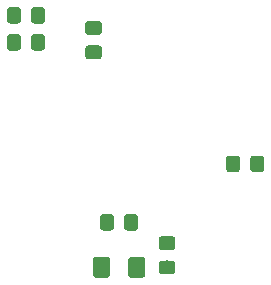
<source format=gtp>
G04 #@! TF.GenerationSoftware,KiCad,Pcbnew,(5.1.2)-1*
G04 #@! TF.CreationDate,2022-03-06T16:43:14-05:00*
G04 #@! TF.ProjectId,telemetry_breakout,74656c65-6d65-4747-9279-5f627265616b,rev?*
G04 #@! TF.SameCoordinates,Original*
G04 #@! TF.FileFunction,Paste,Top*
G04 #@! TF.FilePolarity,Positive*
%FSLAX46Y46*%
G04 Gerber Fmt 4.6, Leading zero omitted, Abs format (unit mm)*
G04 Created by KiCad (PCBNEW (5.1.2)-1) date 2022-03-06 16:43:14*
%MOMM*%
%LPD*%
G04 APERTURE LIST*
%ADD10C,0.100000*%
%ADD11C,1.150000*%
%ADD12C,1.425000*%
G04 APERTURE END LIST*
D10*
G36*
X201272505Y-104457204D02*
G01*
X201296773Y-104460804D01*
X201320572Y-104466765D01*
X201343671Y-104475030D01*
X201365850Y-104485520D01*
X201386893Y-104498132D01*
X201406599Y-104512747D01*
X201424777Y-104529223D01*
X201441253Y-104547401D01*
X201455868Y-104567107D01*
X201468480Y-104588150D01*
X201478970Y-104610329D01*
X201487235Y-104633428D01*
X201493196Y-104657227D01*
X201496796Y-104681495D01*
X201498000Y-104705999D01*
X201498000Y-105606001D01*
X201496796Y-105630505D01*
X201493196Y-105654773D01*
X201487235Y-105678572D01*
X201478970Y-105701671D01*
X201468480Y-105723850D01*
X201455868Y-105744893D01*
X201441253Y-105764599D01*
X201424777Y-105782777D01*
X201406599Y-105799253D01*
X201386893Y-105813868D01*
X201365850Y-105826480D01*
X201343671Y-105836970D01*
X201320572Y-105845235D01*
X201296773Y-105851196D01*
X201272505Y-105854796D01*
X201248001Y-105856000D01*
X200597999Y-105856000D01*
X200573495Y-105854796D01*
X200549227Y-105851196D01*
X200525428Y-105845235D01*
X200502329Y-105836970D01*
X200480150Y-105826480D01*
X200459107Y-105813868D01*
X200439401Y-105799253D01*
X200421223Y-105782777D01*
X200404747Y-105764599D01*
X200390132Y-105744893D01*
X200377520Y-105723850D01*
X200367030Y-105701671D01*
X200358765Y-105678572D01*
X200352804Y-105654773D01*
X200349204Y-105630505D01*
X200348000Y-105606001D01*
X200348000Y-104705999D01*
X200349204Y-104681495D01*
X200352804Y-104657227D01*
X200358765Y-104633428D01*
X200367030Y-104610329D01*
X200377520Y-104588150D01*
X200390132Y-104567107D01*
X200404747Y-104547401D01*
X200421223Y-104529223D01*
X200439401Y-104512747D01*
X200459107Y-104498132D01*
X200480150Y-104485520D01*
X200502329Y-104475030D01*
X200525428Y-104466765D01*
X200549227Y-104460804D01*
X200573495Y-104457204D01*
X200597999Y-104456000D01*
X201248001Y-104456000D01*
X201272505Y-104457204D01*
X201272505Y-104457204D01*
G37*
D11*
X200923000Y-105156000D03*
D10*
G36*
X199222505Y-104457204D02*
G01*
X199246773Y-104460804D01*
X199270572Y-104466765D01*
X199293671Y-104475030D01*
X199315850Y-104485520D01*
X199336893Y-104498132D01*
X199356599Y-104512747D01*
X199374777Y-104529223D01*
X199391253Y-104547401D01*
X199405868Y-104567107D01*
X199418480Y-104588150D01*
X199428970Y-104610329D01*
X199437235Y-104633428D01*
X199443196Y-104657227D01*
X199446796Y-104681495D01*
X199448000Y-104705999D01*
X199448000Y-105606001D01*
X199446796Y-105630505D01*
X199443196Y-105654773D01*
X199437235Y-105678572D01*
X199428970Y-105701671D01*
X199418480Y-105723850D01*
X199405868Y-105744893D01*
X199391253Y-105764599D01*
X199374777Y-105782777D01*
X199356599Y-105799253D01*
X199336893Y-105813868D01*
X199315850Y-105826480D01*
X199293671Y-105836970D01*
X199270572Y-105845235D01*
X199246773Y-105851196D01*
X199222505Y-105854796D01*
X199198001Y-105856000D01*
X198547999Y-105856000D01*
X198523495Y-105854796D01*
X198499227Y-105851196D01*
X198475428Y-105845235D01*
X198452329Y-105836970D01*
X198430150Y-105826480D01*
X198409107Y-105813868D01*
X198389401Y-105799253D01*
X198371223Y-105782777D01*
X198354747Y-105764599D01*
X198340132Y-105744893D01*
X198327520Y-105723850D01*
X198317030Y-105701671D01*
X198308765Y-105678572D01*
X198302804Y-105654773D01*
X198299204Y-105630505D01*
X198298000Y-105606001D01*
X198298000Y-104705999D01*
X198299204Y-104681495D01*
X198302804Y-104657227D01*
X198308765Y-104633428D01*
X198317030Y-104610329D01*
X198327520Y-104588150D01*
X198340132Y-104567107D01*
X198354747Y-104547401D01*
X198371223Y-104529223D01*
X198389401Y-104512747D01*
X198409107Y-104498132D01*
X198430150Y-104485520D01*
X198452329Y-104475030D01*
X198475428Y-104466765D01*
X198499227Y-104460804D01*
X198523495Y-104457204D01*
X198547999Y-104456000D01*
X199198001Y-104456000D01*
X199222505Y-104457204D01*
X199222505Y-104457204D01*
G37*
D11*
X198873000Y-105156000D03*
D10*
G36*
X193398505Y-86931204D02*
G01*
X193422773Y-86934804D01*
X193446572Y-86940765D01*
X193469671Y-86949030D01*
X193491850Y-86959520D01*
X193512893Y-86972132D01*
X193532599Y-86986747D01*
X193550777Y-87003223D01*
X193567253Y-87021401D01*
X193581868Y-87041107D01*
X193594480Y-87062150D01*
X193604970Y-87084329D01*
X193613235Y-87107428D01*
X193619196Y-87131227D01*
X193622796Y-87155495D01*
X193624000Y-87179999D01*
X193624000Y-88080001D01*
X193622796Y-88104505D01*
X193619196Y-88128773D01*
X193613235Y-88152572D01*
X193604970Y-88175671D01*
X193594480Y-88197850D01*
X193581868Y-88218893D01*
X193567253Y-88238599D01*
X193550777Y-88256777D01*
X193532599Y-88273253D01*
X193512893Y-88287868D01*
X193491850Y-88300480D01*
X193469671Y-88310970D01*
X193446572Y-88319235D01*
X193422773Y-88325196D01*
X193398505Y-88328796D01*
X193374001Y-88330000D01*
X192723999Y-88330000D01*
X192699495Y-88328796D01*
X192675227Y-88325196D01*
X192651428Y-88319235D01*
X192628329Y-88310970D01*
X192606150Y-88300480D01*
X192585107Y-88287868D01*
X192565401Y-88273253D01*
X192547223Y-88256777D01*
X192530747Y-88238599D01*
X192516132Y-88218893D01*
X192503520Y-88197850D01*
X192493030Y-88175671D01*
X192484765Y-88152572D01*
X192478804Y-88128773D01*
X192475204Y-88104505D01*
X192474000Y-88080001D01*
X192474000Y-87179999D01*
X192475204Y-87155495D01*
X192478804Y-87131227D01*
X192484765Y-87107428D01*
X192493030Y-87084329D01*
X192503520Y-87062150D01*
X192516132Y-87041107D01*
X192530747Y-87021401D01*
X192547223Y-87003223D01*
X192565401Y-86986747D01*
X192585107Y-86972132D01*
X192606150Y-86959520D01*
X192628329Y-86949030D01*
X192651428Y-86940765D01*
X192675227Y-86934804D01*
X192699495Y-86931204D01*
X192723999Y-86930000D01*
X193374001Y-86930000D01*
X193398505Y-86931204D01*
X193398505Y-86931204D01*
G37*
D11*
X193049000Y-87630000D03*
D10*
G36*
X191348505Y-86931204D02*
G01*
X191372773Y-86934804D01*
X191396572Y-86940765D01*
X191419671Y-86949030D01*
X191441850Y-86959520D01*
X191462893Y-86972132D01*
X191482599Y-86986747D01*
X191500777Y-87003223D01*
X191517253Y-87021401D01*
X191531868Y-87041107D01*
X191544480Y-87062150D01*
X191554970Y-87084329D01*
X191563235Y-87107428D01*
X191569196Y-87131227D01*
X191572796Y-87155495D01*
X191574000Y-87179999D01*
X191574000Y-88080001D01*
X191572796Y-88104505D01*
X191569196Y-88128773D01*
X191563235Y-88152572D01*
X191554970Y-88175671D01*
X191544480Y-88197850D01*
X191531868Y-88218893D01*
X191517253Y-88238599D01*
X191500777Y-88256777D01*
X191482599Y-88273253D01*
X191462893Y-88287868D01*
X191441850Y-88300480D01*
X191419671Y-88310970D01*
X191396572Y-88319235D01*
X191372773Y-88325196D01*
X191348505Y-88328796D01*
X191324001Y-88330000D01*
X190673999Y-88330000D01*
X190649495Y-88328796D01*
X190625227Y-88325196D01*
X190601428Y-88319235D01*
X190578329Y-88310970D01*
X190556150Y-88300480D01*
X190535107Y-88287868D01*
X190515401Y-88273253D01*
X190497223Y-88256777D01*
X190480747Y-88238599D01*
X190466132Y-88218893D01*
X190453520Y-88197850D01*
X190443030Y-88175671D01*
X190434765Y-88152572D01*
X190428804Y-88128773D01*
X190425204Y-88104505D01*
X190424000Y-88080001D01*
X190424000Y-87179999D01*
X190425204Y-87155495D01*
X190428804Y-87131227D01*
X190434765Y-87107428D01*
X190443030Y-87084329D01*
X190453520Y-87062150D01*
X190466132Y-87041107D01*
X190480747Y-87021401D01*
X190497223Y-87003223D01*
X190515401Y-86986747D01*
X190535107Y-86972132D01*
X190556150Y-86959520D01*
X190578329Y-86949030D01*
X190601428Y-86940765D01*
X190625227Y-86934804D01*
X190649495Y-86931204D01*
X190673999Y-86930000D01*
X191324001Y-86930000D01*
X191348505Y-86931204D01*
X191348505Y-86931204D01*
G37*
D11*
X190999000Y-87630000D03*
D10*
G36*
X198213505Y-90185704D02*
G01*
X198237773Y-90189304D01*
X198261572Y-90195265D01*
X198284671Y-90203530D01*
X198306850Y-90214020D01*
X198327893Y-90226632D01*
X198347599Y-90241247D01*
X198365777Y-90257723D01*
X198382253Y-90275901D01*
X198396868Y-90295607D01*
X198409480Y-90316650D01*
X198419970Y-90338829D01*
X198428235Y-90361928D01*
X198434196Y-90385727D01*
X198437796Y-90409995D01*
X198439000Y-90434499D01*
X198439000Y-91084501D01*
X198437796Y-91109005D01*
X198434196Y-91133273D01*
X198428235Y-91157072D01*
X198419970Y-91180171D01*
X198409480Y-91202350D01*
X198396868Y-91223393D01*
X198382253Y-91243099D01*
X198365777Y-91261277D01*
X198347599Y-91277753D01*
X198327893Y-91292368D01*
X198306850Y-91304980D01*
X198284671Y-91315470D01*
X198261572Y-91323735D01*
X198237773Y-91329696D01*
X198213505Y-91333296D01*
X198189001Y-91334500D01*
X197288999Y-91334500D01*
X197264495Y-91333296D01*
X197240227Y-91329696D01*
X197216428Y-91323735D01*
X197193329Y-91315470D01*
X197171150Y-91304980D01*
X197150107Y-91292368D01*
X197130401Y-91277753D01*
X197112223Y-91261277D01*
X197095747Y-91243099D01*
X197081132Y-91223393D01*
X197068520Y-91202350D01*
X197058030Y-91180171D01*
X197049765Y-91157072D01*
X197043804Y-91133273D01*
X197040204Y-91109005D01*
X197039000Y-91084501D01*
X197039000Y-90434499D01*
X197040204Y-90409995D01*
X197043804Y-90385727D01*
X197049765Y-90361928D01*
X197058030Y-90338829D01*
X197068520Y-90316650D01*
X197081132Y-90295607D01*
X197095747Y-90275901D01*
X197112223Y-90257723D01*
X197130401Y-90241247D01*
X197150107Y-90226632D01*
X197171150Y-90214020D01*
X197193329Y-90203530D01*
X197216428Y-90195265D01*
X197240227Y-90189304D01*
X197264495Y-90185704D01*
X197288999Y-90184500D01*
X198189001Y-90184500D01*
X198213505Y-90185704D01*
X198213505Y-90185704D01*
G37*
D11*
X197739000Y-90759500D03*
D10*
G36*
X198213505Y-88135704D02*
G01*
X198237773Y-88139304D01*
X198261572Y-88145265D01*
X198284671Y-88153530D01*
X198306850Y-88164020D01*
X198327893Y-88176632D01*
X198347599Y-88191247D01*
X198365777Y-88207723D01*
X198382253Y-88225901D01*
X198396868Y-88245607D01*
X198409480Y-88266650D01*
X198419970Y-88288829D01*
X198428235Y-88311928D01*
X198434196Y-88335727D01*
X198437796Y-88359995D01*
X198439000Y-88384499D01*
X198439000Y-89034501D01*
X198437796Y-89059005D01*
X198434196Y-89083273D01*
X198428235Y-89107072D01*
X198419970Y-89130171D01*
X198409480Y-89152350D01*
X198396868Y-89173393D01*
X198382253Y-89193099D01*
X198365777Y-89211277D01*
X198347599Y-89227753D01*
X198327893Y-89242368D01*
X198306850Y-89254980D01*
X198284671Y-89265470D01*
X198261572Y-89273735D01*
X198237773Y-89279696D01*
X198213505Y-89283296D01*
X198189001Y-89284500D01*
X197288999Y-89284500D01*
X197264495Y-89283296D01*
X197240227Y-89279696D01*
X197216428Y-89273735D01*
X197193329Y-89265470D01*
X197171150Y-89254980D01*
X197150107Y-89242368D01*
X197130401Y-89227753D01*
X197112223Y-89211277D01*
X197095747Y-89193099D01*
X197081132Y-89173393D01*
X197068520Y-89152350D01*
X197058030Y-89130171D01*
X197049765Y-89107072D01*
X197043804Y-89083273D01*
X197040204Y-89059005D01*
X197039000Y-89034501D01*
X197039000Y-88384499D01*
X197040204Y-88359995D01*
X197043804Y-88335727D01*
X197049765Y-88311928D01*
X197058030Y-88288829D01*
X197068520Y-88266650D01*
X197081132Y-88245607D01*
X197095747Y-88225901D01*
X197112223Y-88207723D01*
X197130401Y-88191247D01*
X197150107Y-88176632D01*
X197171150Y-88164020D01*
X197193329Y-88153530D01*
X197216428Y-88145265D01*
X197240227Y-88139304D01*
X197264495Y-88135704D01*
X197288999Y-88134500D01*
X198189001Y-88134500D01*
X198213505Y-88135704D01*
X198213505Y-88135704D01*
G37*
D11*
X197739000Y-88709500D03*
D10*
G36*
X209899505Y-99504204D02*
G01*
X209923773Y-99507804D01*
X209947572Y-99513765D01*
X209970671Y-99522030D01*
X209992850Y-99532520D01*
X210013893Y-99545132D01*
X210033599Y-99559747D01*
X210051777Y-99576223D01*
X210068253Y-99594401D01*
X210082868Y-99614107D01*
X210095480Y-99635150D01*
X210105970Y-99657329D01*
X210114235Y-99680428D01*
X210120196Y-99704227D01*
X210123796Y-99728495D01*
X210125000Y-99752999D01*
X210125000Y-100653001D01*
X210123796Y-100677505D01*
X210120196Y-100701773D01*
X210114235Y-100725572D01*
X210105970Y-100748671D01*
X210095480Y-100770850D01*
X210082868Y-100791893D01*
X210068253Y-100811599D01*
X210051777Y-100829777D01*
X210033599Y-100846253D01*
X210013893Y-100860868D01*
X209992850Y-100873480D01*
X209970671Y-100883970D01*
X209947572Y-100892235D01*
X209923773Y-100898196D01*
X209899505Y-100901796D01*
X209875001Y-100903000D01*
X209224999Y-100903000D01*
X209200495Y-100901796D01*
X209176227Y-100898196D01*
X209152428Y-100892235D01*
X209129329Y-100883970D01*
X209107150Y-100873480D01*
X209086107Y-100860868D01*
X209066401Y-100846253D01*
X209048223Y-100829777D01*
X209031747Y-100811599D01*
X209017132Y-100791893D01*
X209004520Y-100770850D01*
X208994030Y-100748671D01*
X208985765Y-100725572D01*
X208979804Y-100701773D01*
X208976204Y-100677505D01*
X208975000Y-100653001D01*
X208975000Y-99752999D01*
X208976204Y-99728495D01*
X208979804Y-99704227D01*
X208985765Y-99680428D01*
X208994030Y-99657329D01*
X209004520Y-99635150D01*
X209017132Y-99614107D01*
X209031747Y-99594401D01*
X209048223Y-99576223D01*
X209066401Y-99559747D01*
X209086107Y-99545132D01*
X209107150Y-99532520D01*
X209129329Y-99522030D01*
X209152428Y-99513765D01*
X209176227Y-99507804D01*
X209200495Y-99504204D01*
X209224999Y-99503000D01*
X209875001Y-99503000D01*
X209899505Y-99504204D01*
X209899505Y-99504204D01*
G37*
D11*
X209550000Y-100203000D03*
D10*
G36*
X211949505Y-99504204D02*
G01*
X211973773Y-99507804D01*
X211997572Y-99513765D01*
X212020671Y-99522030D01*
X212042850Y-99532520D01*
X212063893Y-99545132D01*
X212083599Y-99559747D01*
X212101777Y-99576223D01*
X212118253Y-99594401D01*
X212132868Y-99614107D01*
X212145480Y-99635150D01*
X212155970Y-99657329D01*
X212164235Y-99680428D01*
X212170196Y-99704227D01*
X212173796Y-99728495D01*
X212175000Y-99752999D01*
X212175000Y-100653001D01*
X212173796Y-100677505D01*
X212170196Y-100701773D01*
X212164235Y-100725572D01*
X212155970Y-100748671D01*
X212145480Y-100770850D01*
X212132868Y-100791893D01*
X212118253Y-100811599D01*
X212101777Y-100829777D01*
X212083599Y-100846253D01*
X212063893Y-100860868D01*
X212042850Y-100873480D01*
X212020671Y-100883970D01*
X211997572Y-100892235D01*
X211973773Y-100898196D01*
X211949505Y-100901796D01*
X211925001Y-100903000D01*
X211274999Y-100903000D01*
X211250495Y-100901796D01*
X211226227Y-100898196D01*
X211202428Y-100892235D01*
X211179329Y-100883970D01*
X211157150Y-100873480D01*
X211136107Y-100860868D01*
X211116401Y-100846253D01*
X211098223Y-100829777D01*
X211081747Y-100811599D01*
X211067132Y-100791893D01*
X211054520Y-100770850D01*
X211044030Y-100748671D01*
X211035765Y-100725572D01*
X211029804Y-100701773D01*
X211026204Y-100677505D01*
X211025000Y-100653001D01*
X211025000Y-99752999D01*
X211026204Y-99728495D01*
X211029804Y-99704227D01*
X211035765Y-99680428D01*
X211044030Y-99657329D01*
X211054520Y-99635150D01*
X211067132Y-99614107D01*
X211081747Y-99594401D01*
X211098223Y-99576223D01*
X211116401Y-99559747D01*
X211136107Y-99545132D01*
X211157150Y-99532520D01*
X211179329Y-99522030D01*
X211202428Y-99513765D01*
X211226227Y-99507804D01*
X211250495Y-99504204D01*
X211274999Y-99503000D01*
X211925001Y-99503000D01*
X211949505Y-99504204D01*
X211949505Y-99504204D01*
G37*
D11*
X211600000Y-100203000D03*
D10*
G36*
X201872504Y-108092204D02*
G01*
X201896773Y-108095804D01*
X201920571Y-108101765D01*
X201943671Y-108110030D01*
X201965849Y-108120520D01*
X201986893Y-108133133D01*
X202006598Y-108147747D01*
X202024777Y-108164223D01*
X202041253Y-108182402D01*
X202055867Y-108202107D01*
X202068480Y-108223151D01*
X202078970Y-108245329D01*
X202087235Y-108268429D01*
X202093196Y-108292227D01*
X202096796Y-108316496D01*
X202098000Y-108341000D01*
X202098000Y-109591000D01*
X202096796Y-109615504D01*
X202093196Y-109639773D01*
X202087235Y-109663571D01*
X202078970Y-109686671D01*
X202068480Y-109708849D01*
X202055867Y-109729893D01*
X202041253Y-109749598D01*
X202024777Y-109767777D01*
X202006598Y-109784253D01*
X201986893Y-109798867D01*
X201965849Y-109811480D01*
X201943671Y-109821970D01*
X201920571Y-109830235D01*
X201896773Y-109836196D01*
X201872504Y-109839796D01*
X201848000Y-109841000D01*
X200923000Y-109841000D01*
X200898496Y-109839796D01*
X200874227Y-109836196D01*
X200850429Y-109830235D01*
X200827329Y-109821970D01*
X200805151Y-109811480D01*
X200784107Y-109798867D01*
X200764402Y-109784253D01*
X200746223Y-109767777D01*
X200729747Y-109749598D01*
X200715133Y-109729893D01*
X200702520Y-109708849D01*
X200692030Y-109686671D01*
X200683765Y-109663571D01*
X200677804Y-109639773D01*
X200674204Y-109615504D01*
X200673000Y-109591000D01*
X200673000Y-108341000D01*
X200674204Y-108316496D01*
X200677804Y-108292227D01*
X200683765Y-108268429D01*
X200692030Y-108245329D01*
X200702520Y-108223151D01*
X200715133Y-108202107D01*
X200729747Y-108182402D01*
X200746223Y-108164223D01*
X200764402Y-108147747D01*
X200784107Y-108133133D01*
X200805151Y-108120520D01*
X200827329Y-108110030D01*
X200850429Y-108101765D01*
X200874227Y-108095804D01*
X200898496Y-108092204D01*
X200923000Y-108091000D01*
X201848000Y-108091000D01*
X201872504Y-108092204D01*
X201872504Y-108092204D01*
G37*
D12*
X201385500Y-108966000D03*
D10*
G36*
X198897504Y-108092204D02*
G01*
X198921773Y-108095804D01*
X198945571Y-108101765D01*
X198968671Y-108110030D01*
X198990849Y-108120520D01*
X199011893Y-108133133D01*
X199031598Y-108147747D01*
X199049777Y-108164223D01*
X199066253Y-108182402D01*
X199080867Y-108202107D01*
X199093480Y-108223151D01*
X199103970Y-108245329D01*
X199112235Y-108268429D01*
X199118196Y-108292227D01*
X199121796Y-108316496D01*
X199123000Y-108341000D01*
X199123000Y-109591000D01*
X199121796Y-109615504D01*
X199118196Y-109639773D01*
X199112235Y-109663571D01*
X199103970Y-109686671D01*
X199093480Y-109708849D01*
X199080867Y-109729893D01*
X199066253Y-109749598D01*
X199049777Y-109767777D01*
X199031598Y-109784253D01*
X199011893Y-109798867D01*
X198990849Y-109811480D01*
X198968671Y-109821970D01*
X198945571Y-109830235D01*
X198921773Y-109836196D01*
X198897504Y-109839796D01*
X198873000Y-109841000D01*
X197948000Y-109841000D01*
X197923496Y-109839796D01*
X197899227Y-109836196D01*
X197875429Y-109830235D01*
X197852329Y-109821970D01*
X197830151Y-109811480D01*
X197809107Y-109798867D01*
X197789402Y-109784253D01*
X197771223Y-109767777D01*
X197754747Y-109749598D01*
X197740133Y-109729893D01*
X197727520Y-109708849D01*
X197717030Y-109686671D01*
X197708765Y-109663571D01*
X197702804Y-109639773D01*
X197699204Y-109615504D01*
X197698000Y-109591000D01*
X197698000Y-108341000D01*
X197699204Y-108316496D01*
X197702804Y-108292227D01*
X197708765Y-108268429D01*
X197717030Y-108245329D01*
X197727520Y-108223151D01*
X197740133Y-108202107D01*
X197754747Y-108182402D01*
X197771223Y-108164223D01*
X197789402Y-108147747D01*
X197809107Y-108133133D01*
X197830151Y-108120520D01*
X197852329Y-108110030D01*
X197875429Y-108101765D01*
X197899227Y-108095804D01*
X197923496Y-108092204D01*
X197948000Y-108091000D01*
X198873000Y-108091000D01*
X198897504Y-108092204D01*
X198897504Y-108092204D01*
G37*
D12*
X198410500Y-108966000D03*
D10*
G36*
X204436505Y-108401204D02*
G01*
X204460773Y-108404804D01*
X204484572Y-108410765D01*
X204507671Y-108419030D01*
X204529850Y-108429520D01*
X204550893Y-108442132D01*
X204570599Y-108456747D01*
X204588777Y-108473223D01*
X204605253Y-108491401D01*
X204619868Y-108511107D01*
X204632480Y-108532150D01*
X204642970Y-108554329D01*
X204651235Y-108577428D01*
X204657196Y-108601227D01*
X204660796Y-108625495D01*
X204662000Y-108649999D01*
X204662000Y-109300001D01*
X204660796Y-109324505D01*
X204657196Y-109348773D01*
X204651235Y-109372572D01*
X204642970Y-109395671D01*
X204632480Y-109417850D01*
X204619868Y-109438893D01*
X204605253Y-109458599D01*
X204588777Y-109476777D01*
X204570599Y-109493253D01*
X204550893Y-109507868D01*
X204529850Y-109520480D01*
X204507671Y-109530970D01*
X204484572Y-109539235D01*
X204460773Y-109545196D01*
X204436505Y-109548796D01*
X204412001Y-109550000D01*
X203511999Y-109550000D01*
X203487495Y-109548796D01*
X203463227Y-109545196D01*
X203439428Y-109539235D01*
X203416329Y-109530970D01*
X203394150Y-109520480D01*
X203373107Y-109507868D01*
X203353401Y-109493253D01*
X203335223Y-109476777D01*
X203318747Y-109458599D01*
X203304132Y-109438893D01*
X203291520Y-109417850D01*
X203281030Y-109395671D01*
X203272765Y-109372572D01*
X203266804Y-109348773D01*
X203263204Y-109324505D01*
X203262000Y-109300001D01*
X203262000Y-108649999D01*
X203263204Y-108625495D01*
X203266804Y-108601227D01*
X203272765Y-108577428D01*
X203281030Y-108554329D01*
X203291520Y-108532150D01*
X203304132Y-108511107D01*
X203318747Y-108491401D01*
X203335223Y-108473223D01*
X203353401Y-108456747D01*
X203373107Y-108442132D01*
X203394150Y-108429520D01*
X203416329Y-108419030D01*
X203439428Y-108410765D01*
X203463227Y-108404804D01*
X203487495Y-108401204D01*
X203511999Y-108400000D01*
X204412001Y-108400000D01*
X204436505Y-108401204D01*
X204436505Y-108401204D01*
G37*
D11*
X203962000Y-108975000D03*
D10*
G36*
X204436505Y-106351204D02*
G01*
X204460773Y-106354804D01*
X204484572Y-106360765D01*
X204507671Y-106369030D01*
X204529850Y-106379520D01*
X204550893Y-106392132D01*
X204570599Y-106406747D01*
X204588777Y-106423223D01*
X204605253Y-106441401D01*
X204619868Y-106461107D01*
X204632480Y-106482150D01*
X204642970Y-106504329D01*
X204651235Y-106527428D01*
X204657196Y-106551227D01*
X204660796Y-106575495D01*
X204662000Y-106599999D01*
X204662000Y-107250001D01*
X204660796Y-107274505D01*
X204657196Y-107298773D01*
X204651235Y-107322572D01*
X204642970Y-107345671D01*
X204632480Y-107367850D01*
X204619868Y-107388893D01*
X204605253Y-107408599D01*
X204588777Y-107426777D01*
X204570599Y-107443253D01*
X204550893Y-107457868D01*
X204529850Y-107470480D01*
X204507671Y-107480970D01*
X204484572Y-107489235D01*
X204460773Y-107495196D01*
X204436505Y-107498796D01*
X204412001Y-107500000D01*
X203511999Y-107500000D01*
X203487495Y-107498796D01*
X203463227Y-107495196D01*
X203439428Y-107489235D01*
X203416329Y-107480970D01*
X203394150Y-107470480D01*
X203373107Y-107457868D01*
X203353401Y-107443253D01*
X203335223Y-107426777D01*
X203318747Y-107408599D01*
X203304132Y-107388893D01*
X203291520Y-107367850D01*
X203281030Y-107345671D01*
X203272765Y-107322572D01*
X203266804Y-107298773D01*
X203263204Y-107274505D01*
X203262000Y-107250001D01*
X203262000Y-106599999D01*
X203263204Y-106575495D01*
X203266804Y-106551227D01*
X203272765Y-106527428D01*
X203281030Y-106504329D01*
X203291520Y-106482150D01*
X203304132Y-106461107D01*
X203318747Y-106441401D01*
X203335223Y-106423223D01*
X203353401Y-106406747D01*
X203373107Y-106392132D01*
X203394150Y-106379520D01*
X203416329Y-106369030D01*
X203439428Y-106360765D01*
X203463227Y-106354804D01*
X203487495Y-106351204D01*
X203511999Y-106350000D01*
X204412001Y-106350000D01*
X204436505Y-106351204D01*
X204436505Y-106351204D01*
G37*
D11*
X203962000Y-106925000D03*
D10*
G36*
X193389505Y-89217204D02*
G01*
X193413773Y-89220804D01*
X193437572Y-89226765D01*
X193460671Y-89235030D01*
X193482850Y-89245520D01*
X193503893Y-89258132D01*
X193523599Y-89272747D01*
X193541777Y-89289223D01*
X193558253Y-89307401D01*
X193572868Y-89327107D01*
X193585480Y-89348150D01*
X193595970Y-89370329D01*
X193604235Y-89393428D01*
X193610196Y-89417227D01*
X193613796Y-89441495D01*
X193615000Y-89465999D01*
X193615000Y-90366001D01*
X193613796Y-90390505D01*
X193610196Y-90414773D01*
X193604235Y-90438572D01*
X193595970Y-90461671D01*
X193585480Y-90483850D01*
X193572868Y-90504893D01*
X193558253Y-90524599D01*
X193541777Y-90542777D01*
X193523599Y-90559253D01*
X193503893Y-90573868D01*
X193482850Y-90586480D01*
X193460671Y-90596970D01*
X193437572Y-90605235D01*
X193413773Y-90611196D01*
X193389505Y-90614796D01*
X193365001Y-90616000D01*
X192714999Y-90616000D01*
X192690495Y-90614796D01*
X192666227Y-90611196D01*
X192642428Y-90605235D01*
X192619329Y-90596970D01*
X192597150Y-90586480D01*
X192576107Y-90573868D01*
X192556401Y-90559253D01*
X192538223Y-90542777D01*
X192521747Y-90524599D01*
X192507132Y-90504893D01*
X192494520Y-90483850D01*
X192484030Y-90461671D01*
X192475765Y-90438572D01*
X192469804Y-90414773D01*
X192466204Y-90390505D01*
X192465000Y-90366001D01*
X192465000Y-89465999D01*
X192466204Y-89441495D01*
X192469804Y-89417227D01*
X192475765Y-89393428D01*
X192484030Y-89370329D01*
X192494520Y-89348150D01*
X192507132Y-89327107D01*
X192521747Y-89307401D01*
X192538223Y-89289223D01*
X192556401Y-89272747D01*
X192576107Y-89258132D01*
X192597150Y-89245520D01*
X192619329Y-89235030D01*
X192642428Y-89226765D01*
X192666227Y-89220804D01*
X192690495Y-89217204D01*
X192714999Y-89216000D01*
X193365001Y-89216000D01*
X193389505Y-89217204D01*
X193389505Y-89217204D01*
G37*
D11*
X193040000Y-89916000D03*
D10*
G36*
X191339505Y-89217204D02*
G01*
X191363773Y-89220804D01*
X191387572Y-89226765D01*
X191410671Y-89235030D01*
X191432850Y-89245520D01*
X191453893Y-89258132D01*
X191473599Y-89272747D01*
X191491777Y-89289223D01*
X191508253Y-89307401D01*
X191522868Y-89327107D01*
X191535480Y-89348150D01*
X191545970Y-89370329D01*
X191554235Y-89393428D01*
X191560196Y-89417227D01*
X191563796Y-89441495D01*
X191565000Y-89465999D01*
X191565000Y-90366001D01*
X191563796Y-90390505D01*
X191560196Y-90414773D01*
X191554235Y-90438572D01*
X191545970Y-90461671D01*
X191535480Y-90483850D01*
X191522868Y-90504893D01*
X191508253Y-90524599D01*
X191491777Y-90542777D01*
X191473599Y-90559253D01*
X191453893Y-90573868D01*
X191432850Y-90586480D01*
X191410671Y-90596970D01*
X191387572Y-90605235D01*
X191363773Y-90611196D01*
X191339505Y-90614796D01*
X191315001Y-90616000D01*
X190664999Y-90616000D01*
X190640495Y-90614796D01*
X190616227Y-90611196D01*
X190592428Y-90605235D01*
X190569329Y-90596970D01*
X190547150Y-90586480D01*
X190526107Y-90573868D01*
X190506401Y-90559253D01*
X190488223Y-90542777D01*
X190471747Y-90524599D01*
X190457132Y-90504893D01*
X190444520Y-90483850D01*
X190434030Y-90461671D01*
X190425765Y-90438572D01*
X190419804Y-90414773D01*
X190416204Y-90390505D01*
X190415000Y-90366001D01*
X190415000Y-89465999D01*
X190416204Y-89441495D01*
X190419804Y-89417227D01*
X190425765Y-89393428D01*
X190434030Y-89370329D01*
X190444520Y-89348150D01*
X190457132Y-89327107D01*
X190471747Y-89307401D01*
X190488223Y-89289223D01*
X190506401Y-89272747D01*
X190526107Y-89258132D01*
X190547150Y-89245520D01*
X190569329Y-89235030D01*
X190592428Y-89226765D01*
X190616227Y-89220804D01*
X190640495Y-89217204D01*
X190664999Y-89216000D01*
X191315001Y-89216000D01*
X191339505Y-89217204D01*
X191339505Y-89217204D01*
G37*
D11*
X190990000Y-89916000D03*
M02*

</source>
